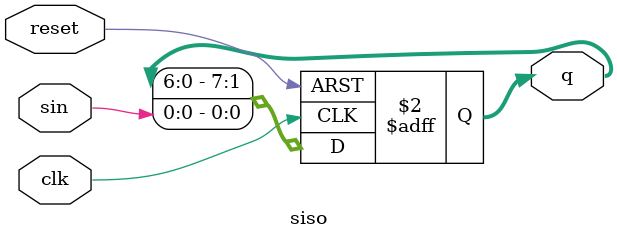
<source format=sv>
module siso #(parameter N = 8) (input logic clk, reset, sin, output logic [N-1:0] q);
  always_ff @(posedge clk, posedge reset) begin
    if (reset) q <= 0;
    else q <= {q[N-2:0], sin};
  end
endmodule
</source>
